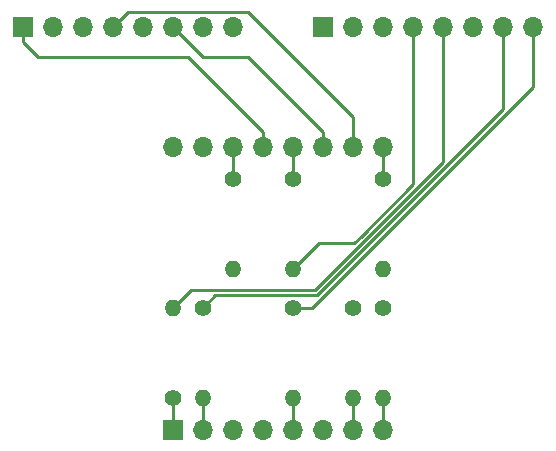
<source format=gtl>
G04 #@! TF.GenerationSoftware,KiCad,Pcbnew,7.0.10*
G04 #@! TF.CreationDate,2024-03-09T15:17:19+01:00*
G04 #@! TF.ProjectId,Lamp Matrix Tester,4c616d70-204d-4617-9472-697820546573,1.0*
G04 #@! TF.SameCoordinates,Original*
G04 #@! TF.FileFunction,Copper,L1,Top*
G04 #@! TF.FilePolarity,Positive*
%FSLAX46Y46*%
G04 Gerber Fmt 4.6, Leading zero omitted, Abs format (unit mm)*
G04 Created by KiCad (PCBNEW 7.0.10) date 2024-03-09 15:17:19*
%MOMM*%
%LPD*%
G01*
G04 APERTURE LIST*
G04 #@! TA.AperFunction,ComponentPad*
%ADD10C,1.400000*%
G04 #@! TD*
G04 #@! TA.AperFunction,ComponentPad*
%ADD11O,1.400000X1.400000*%
G04 #@! TD*
G04 #@! TA.AperFunction,ComponentPad*
%ADD12R,1.700000X1.700000*%
G04 #@! TD*
G04 #@! TA.AperFunction,ComponentPad*
%ADD13O,1.700000X1.700000*%
G04 #@! TD*
G04 #@! TA.AperFunction,Conductor*
%ADD14C,0.250000*%
G04 #@! TD*
G04 APERTURE END LIST*
D10*
X57150000Y-40860001D03*
D11*
X57150000Y-48480001D03*
D10*
X54610000Y-51720001D03*
D11*
X54610000Y-59340001D03*
D10*
X44450000Y-40860000D03*
D11*
X44450000Y-48480000D03*
D10*
X39370000Y-59340001D03*
D11*
X39370000Y-51720001D03*
X41910000Y-59340001D03*
D10*
X41910000Y-51720001D03*
X49530000Y-40860001D03*
D11*
X49530000Y-48480001D03*
D10*
X57150000Y-51720001D03*
D11*
X57150000Y-59340001D03*
D10*
X49530000Y-51720001D03*
D11*
X49530000Y-59340001D03*
D12*
X26670000Y-27940000D03*
D13*
X29210000Y-27940000D03*
X31750000Y-27940000D03*
X34290000Y-27940000D03*
X36830000Y-27940000D03*
X39370000Y-27940000D03*
X41910000Y-27940000D03*
X44450000Y-27940000D03*
D12*
X52070000Y-27940000D03*
D13*
X54610000Y-27940000D03*
X57150000Y-27940000D03*
X59690000Y-27940000D03*
X62230000Y-27940000D03*
X64770000Y-27940000D03*
X67310000Y-27940000D03*
X69850000Y-27940000D03*
D12*
X39370000Y-62100000D03*
D13*
X41910000Y-62100000D03*
X44450000Y-62100000D03*
X46990000Y-62100000D03*
X49530000Y-62100000D03*
X52070000Y-62100000D03*
X54610000Y-62100000D03*
X57150000Y-62100000D03*
X57150000Y-38100000D03*
X54610000Y-38100000D03*
X52070000Y-38100000D03*
X49530000Y-38100000D03*
X46990000Y-38100000D03*
X44450000Y-38100000D03*
X41910000Y-38100000D03*
X39370000Y-38100000D03*
D14*
X45720000Y-26670000D02*
X54610000Y-35560000D01*
X54610000Y-35560000D02*
X54610000Y-38100000D01*
X35560000Y-26670000D02*
X45720000Y-26670000D01*
X34290000Y-27940000D02*
X35560000Y-26670000D01*
X69850000Y-33022792D02*
X69850000Y-33020000D01*
X49530000Y-51720001D02*
X51152791Y-51720001D01*
X69850000Y-33020000D02*
X69850000Y-27940000D01*
X51152791Y-51720001D02*
X69850000Y-33022792D01*
X51541395Y-50695001D02*
X67310000Y-34926396D01*
X42935000Y-50695001D02*
X51541395Y-50695001D01*
X67310000Y-34926396D02*
X67310000Y-34290000D01*
X67310000Y-34290000D02*
X67310000Y-27940000D01*
X41910000Y-51720001D02*
X42935000Y-50695001D01*
X62230000Y-39370000D02*
X62230000Y-27940000D01*
X51354999Y-50245001D02*
X62230000Y-39370000D01*
X40845000Y-50245001D02*
X51354999Y-50245001D01*
X39370000Y-51720001D02*
X40845000Y-50245001D01*
X51720001Y-46290000D02*
X53340000Y-46290000D01*
X53340000Y-46290000D02*
X54673604Y-46290000D01*
X49530000Y-48480001D02*
X51720001Y-46290000D01*
X57150000Y-38100000D02*
X57150000Y-40860001D01*
X49530000Y-38100000D02*
X49530000Y-40860001D01*
X44450000Y-38100000D02*
X44450000Y-40860000D01*
X57150000Y-59340001D02*
X57150000Y-62100000D01*
X54610000Y-59340001D02*
X54610000Y-62100000D01*
X49530000Y-59340001D02*
X49530000Y-62100000D01*
X41910000Y-59340001D02*
X41910000Y-62100000D01*
X39370000Y-59340001D02*
X39370000Y-62100000D01*
X40640000Y-30480000D02*
X46990000Y-36830000D01*
X26670000Y-27940000D02*
X26670000Y-29210000D01*
X27940000Y-30480000D02*
X40640000Y-30480000D01*
X26670000Y-29210000D02*
X27940000Y-30480000D01*
X46990000Y-36830000D02*
X46990000Y-38100000D01*
X54610000Y-36830000D02*
X54610000Y-38100000D01*
X45720000Y-30480000D02*
X52070000Y-36830000D01*
X39370000Y-27940000D02*
X41910000Y-30480000D01*
X41910000Y-30480000D02*
X45720000Y-30480000D01*
X52070000Y-36830000D02*
X52070000Y-38100000D01*
X54673604Y-46290000D02*
X55561802Y-45401802D01*
X59690000Y-41273604D02*
X59690000Y-27940000D01*
X55243604Y-45720000D02*
X59690000Y-41273604D01*
M02*

</source>
